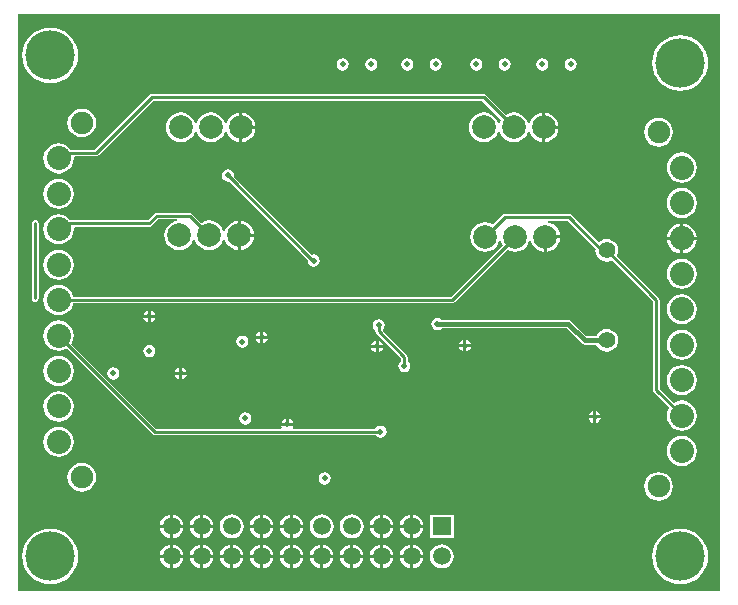
<source format=gbl>
G04*
G04 #@! TF.GenerationSoftware,Altium Limited,Altium Designer,19.1.5 (86)*
G04*
G04 Layer_Physical_Order=2*
G04 Layer_Color=16711680*
%FSLAX25Y25*%
%MOIN*%
G70*
G01*
G75*
%ADD13C,0.01000*%
%ADD39C,0.01500*%
%ADD40C,0.05512*%
%ADD41C,0.07874*%
%ADD42C,0.16500*%
%ADD43C,0.05906*%
%ADD44R,0.05906X0.05906*%
%ADD45C,0.07500*%
%ADD46C,0.08000*%
%ADD47C,0.02000*%
G36*
X235379Y1122D02*
X1122D01*
Y193378D01*
X235379D01*
Y1122D01*
D02*
G37*
%LPC*%
G36*
X185500Y178539D02*
X184720Y178384D01*
X184058Y177942D01*
X183616Y177280D01*
X183461Y176500D01*
X183616Y175720D01*
X184058Y175058D01*
X184720Y174616D01*
X185500Y174461D01*
X186280Y174616D01*
X186942Y175058D01*
X187384Y175720D01*
X187539Y176500D01*
X187384Y177280D01*
X186942Y177942D01*
X186280Y178384D01*
X185500Y178539D01*
D02*
G37*
G36*
X176000D02*
X175220Y178384D01*
X174558Y177942D01*
X174116Y177280D01*
X173961Y176500D01*
X174116Y175720D01*
X174558Y175058D01*
X175220Y174616D01*
X176000Y174461D01*
X176780Y174616D01*
X177442Y175058D01*
X177884Y175720D01*
X178039Y176500D01*
X177884Y177280D01*
X177442Y177942D01*
X176780Y178384D01*
X176000Y178539D01*
D02*
G37*
G36*
X163500D02*
X162720Y178384D01*
X162058Y177942D01*
X161616Y177280D01*
X161461Y176500D01*
X161616Y175720D01*
X162058Y175058D01*
X162720Y174616D01*
X163500Y174461D01*
X164280Y174616D01*
X164942Y175058D01*
X165384Y175720D01*
X165539Y176500D01*
X165384Y177280D01*
X164942Y177942D01*
X164280Y178384D01*
X163500Y178539D01*
D02*
G37*
G36*
X154000D02*
X153220Y178384D01*
X152558Y177942D01*
X152116Y177280D01*
X151961Y176500D01*
X152116Y175720D01*
X152558Y175058D01*
X153220Y174616D01*
X154000Y174461D01*
X154780Y174616D01*
X155442Y175058D01*
X155884Y175720D01*
X156039Y176500D01*
X155884Y177280D01*
X155442Y177942D01*
X154780Y178384D01*
X154000Y178539D01*
D02*
G37*
G36*
X140500D02*
X139720Y178384D01*
X139058Y177942D01*
X138616Y177280D01*
X138461Y176500D01*
X138616Y175720D01*
X139058Y175058D01*
X139720Y174616D01*
X140500Y174461D01*
X141280Y174616D01*
X141942Y175058D01*
X142384Y175720D01*
X142539Y176500D01*
X142384Y177280D01*
X141942Y177942D01*
X141280Y178384D01*
X140500Y178539D01*
D02*
G37*
G36*
X131000D02*
X130220Y178384D01*
X129558Y177942D01*
X129116Y177280D01*
X128961Y176500D01*
X129116Y175720D01*
X129558Y175058D01*
X130220Y174616D01*
X131000Y174461D01*
X131780Y174616D01*
X132442Y175058D01*
X132884Y175720D01*
X133039Y176500D01*
X132884Y177280D01*
X132442Y177942D01*
X131780Y178384D01*
X131000Y178539D01*
D02*
G37*
G36*
X119000D02*
X118220Y178384D01*
X117558Y177942D01*
X117116Y177280D01*
X116961Y176500D01*
X117116Y175720D01*
X117558Y175058D01*
X118220Y174616D01*
X119000Y174461D01*
X119780Y174616D01*
X120442Y175058D01*
X120884Y175720D01*
X121039Y176500D01*
X120884Y177280D01*
X120442Y177942D01*
X119780Y178384D01*
X119000Y178539D01*
D02*
G37*
G36*
X109500D02*
X108720Y178384D01*
X108058Y177942D01*
X107616Y177280D01*
X107461Y176500D01*
X107616Y175720D01*
X108058Y175058D01*
X108720Y174616D01*
X109500Y174461D01*
X110280Y174616D01*
X110942Y175058D01*
X111384Y175720D01*
X111539Y176500D01*
X111384Y177280D01*
X110942Y177942D01*
X110280Y178384D01*
X109500Y178539D01*
D02*
G37*
G36*
X12000Y188795D02*
X10187Y188616D01*
X8443Y188087D01*
X6836Y187228D01*
X5428Y186072D01*
X4272Y184664D01*
X3413Y183057D01*
X2884Y181313D01*
X2705Y179500D01*
X2884Y177687D01*
X3413Y175943D01*
X4272Y174336D01*
X5428Y172928D01*
X6836Y171772D01*
X8443Y170913D01*
X10187Y170384D01*
X12000Y170205D01*
X13813Y170384D01*
X15557Y170913D01*
X17164Y171772D01*
X18572Y172928D01*
X19728Y174336D01*
X20587Y175943D01*
X21116Y177687D01*
X21295Y179500D01*
X21116Y181313D01*
X20587Y183057D01*
X19728Y184664D01*
X18572Y186072D01*
X17164Y187228D01*
X15557Y188087D01*
X13813Y188616D01*
X12000Y188795D01*
D02*
G37*
G36*
X222000Y186295D02*
X220187Y186116D01*
X218443Y185587D01*
X216836Y184728D01*
X215428Y183572D01*
X214272Y182164D01*
X213413Y180557D01*
X212884Y178813D01*
X212705Y177000D01*
X212884Y175187D01*
X213413Y173443D01*
X214272Y171836D01*
X215428Y170428D01*
X216836Y169272D01*
X218443Y168413D01*
X220187Y167884D01*
X222000Y167705D01*
X223813Y167884D01*
X225557Y168413D01*
X227164Y169272D01*
X228572Y170428D01*
X229728Y171836D01*
X230587Y173443D01*
X231116Y175187D01*
X231295Y177000D01*
X231116Y178813D01*
X230587Y180557D01*
X229728Y182164D01*
X228572Y183572D01*
X227164Y184728D01*
X225557Y185587D01*
X223813Y186116D01*
X222000Y186295D01*
D02*
G37*
G36*
X156500Y166622D02*
X156500Y166622D01*
X45804D01*
X45804Y166622D01*
X45375Y166536D01*
X45011Y166293D01*
X45011Y166293D01*
X26840Y148122D01*
X18835D01*
X18349Y148755D01*
X17305Y149556D01*
X16089Y150060D01*
X14783Y150232D01*
X13478Y150060D01*
X12262Y149556D01*
X11217Y148755D01*
X10416Y147710D01*
X9912Y146494D01*
X9740Y145189D01*
X9912Y143884D01*
X10416Y142667D01*
X11217Y141623D01*
X12262Y140821D01*
X13478Y140317D01*
X14783Y140146D01*
X16089Y140317D01*
X17305Y140821D01*
X18349Y141623D01*
X19151Y142667D01*
X19655Y143884D01*
X19827Y145189D01*
X19785Y145502D01*
X20115Y145878D01*
X27304D01*
X27304Y145878D01*
X27733Y145964D01*
X28097Y146207D01*
X46269Y164378D01*
X156035D01*
X162290Y158124D01*
X162188Y157990D01*
X161771Y156983D01*
X161229D01*
X160812Y157990D01*
X160021Y159021D01*
X158990Y159812D01*
X157789Y160310D01*
X156500Y160480D01*
X155211Y160310D01*
X154010Y159812D01*
X152979Y159021D01*
X152188Y157990D01*
X151690Y156789D01*
X151520Y155500D01*
X151690Y154211D01*
X152188Y153010D01*
X152979Y151979D01*
X154010Y151188D01*
X155211Y150690D01*
X156500Y150520D01*
X157789Y150690D01*
X158990Y151188D01*
X160021Y151979D01*
X160812Y153010D01*
X161229Y154017D01*
X161771D01*
X162188Y153010D01*
X162979Y151979D01*
X164010Y151188D01*
X165211Y150690D01*
X166500Y150520D01*
X167789Y150690D01*
X168990Y151188D01*
X170021Y151979D01*
X170812Y153010D01*
X171229Y154017D01*
X171771D01*
X172187Y153010D01*
X172979Y151979D01*
X174010Y151188D01*
X175211Y150690D01*
X176000Y150586D01*
Y155500D01*
Y160414D01*
X175211Y160310D01*
X174010Y159812D01*
X172979Y159021D01*
X172187Y157990D01*
X171771Y156983D01*
X171229D01*
X170812Y157990D01*
X170021Y159021D01*
X168990Y159812D01*
X167789Y160310D01*
X166500Y160480D01*
X165211Y160310D01*
X164010Y159812D01*
X163876Y159710D01*
X157293Y166293D01*
X156929Y166536D01*
X156500Y166622D01*
D02*
G37*
G36*
X65500Y160480D02*
X64211Y160310D01*
X63010Y159812D01*
X61979Y159021D01*
X61187Y157990D01*
X60771Y156983D01*
X60229D01*
X59812Y157990D01*
X59021Y159021D01*
X57990Y159812D01*
X56789Y160310D01*
X55500Y160480D01*
X54211Y160310D01*
X53010Y159812D01*
X51979Y159021D01*
X51187Y157990D01*
X50690Y156789D01*
X50520Y155500D01*
X50690Y154211D01*
X51187Y153010D01*
X51979Y151979D01*
X53010Y151188D01*
X54211Y150690D01*
X55500Y150520D01*
X56789Y150690D01*
X57990Y151188D01*
X59021Y151979D01*
X59812Y153010D01*
X60229Y154017D01*
X60771D01*
X61187Y153010D01*
X61979Y151979D01*
X63010Y151188D01*
X64211Y150690D01*
X65500Y150520D01*
X66789Y150690D01*
X67990Y151188D01*
X69021Y151979D01*
X69813Y153010D01*
X70229Y154017D01*
X70771D01*
X71188Y153010D01*
X71979Y151979D01*
X73010Y151188D01*
X74211Y150690D01*
X75000Y150586D01*
Y155500D01*
Y160414D01*
X74211Y160310D01*
X73010Y159812D01*
X71979Y159021D01*
X71188Y157990D01*
X70771Y156983D01*
X70229D01*
X69813Y157990D01*
X69021Y159021D01*
X67990Y159812D01*
X66789Y160310D01*
X65500Y160480D01*
D02*
G37*
G36*
X177000Y160414D02*
Y156000D01*
X181414D01*
X181310Y156789D01*
X180813Y157990D01*
X180021Y159021D01*
X178990Y159812D01*
X177789Y160310D01*
X177000Y160414D01*
D02*
G37*
G36*
X76000D02*
Y156000D01*
X80414D01*
X80310Y156789D01*
X79813Y157990D01*
X79021Y159021D01*
X77990Y159812D01*
X76789Y160310D01*
X76000Y160414D01*
D02*
G37*
G36*
X22500Y161791D02*
X21260Y161628D01*
X20105Y161149D01*
X19112Y160388D01*
X18351Y159396D01*
X17872Y158240D01*
X17709Y157000D01*
X17872Y155760D01*
X18351Y154604D01*
X19112Y153612D01*
X20105Y152851D01*
X21260Y152372D01*
X22500Y152209D01*
X23740Y152372D01*
X24895Y152851D01*
X25888Y153612D01*
X26649Y154604D01*
X27128Y155760D01*
X27291Y157000D01*
X27128Y158240D01*
X26649Y159396D01*
X25888Y160388D01*
X24895Y161149D01*
X23740Y161628D01*
X22500Y161791D01*
D02*
G37*
G36*
X181414Y155000D02*
X177000D01*
Y150586D01*
X177789Y150690D01*
X178990Y151188D01*
X180021Y151979D01*
X180813Y153010D01*
X181310Y154211D01*
X181414Y155000D01*
D02*
G37*
G36*
X80414D02*
X76000D01*
Y150586D01*
X76789Y150690D01*
X77990Y151188D01*
X79021Y151979D01*
X79813Y153010D01*
X80310Y154211D01*
X80414Y155000D01*
D02*
G37*
G36*
X214783Y158724D02*
X213543Y158561D01*
X212388Y158082D01*
X211396Y157321D01*
X210634Y156328D01*
X210156Y155173D01*
X209992Y153933D01*
X210156Y152693D01*
X210634Y151538D01*
X211396Y150545D01*
X212388Y149784D01*
X213543Y149305D01*
X214783Y149142D01*
X216023Y149305D01*
X217179Y149784D01*
X218171Y150545D01*
X218933Y151538D01*
X219411Y152693D01*
X219574Y153933D01*
X219411Y155173D01*
X218933Y156328D01*
X218171Y157321D01*
X217179Y158082D01*
X216023Y158561D01*
X214783Y158724D01*
D02*
G37*
G36*
X222500Y147165D02*
X221195Y146993D01*
X219978Y146490D01*
X218934Y145688D01*
X218132Y144644D01*
X217629Y143427D01*
X217457Y142122D01*
X217629Y140817D01*
X218132Y139600D01*
X218934Y138556D01*
X219978Y137754D01*
X221195Y137251D01*
X222500Y137079D01*
X223805Y137251D01*
X225022Y137754D01*
X226066Y138556D01*
X226868Y139600D01*
X227371Y140817D01*
X227543Y142122D01*
X227371Y143427D01*
X226868Y144644D01*
X226066Y145688D01*
X225022Y146490D01*
X223805Y146993D01*
X222500Y147165D01*
D02*
G37*
G36*
X14783Y138421D02*
X13478Y138249D01*
X12262Y137745D01*
X11217Y136944D01*
X10416Y135899D01*
X9912Y134683D01*
X9740Y133378D01*
X9912Y132072D01*
X10416Y130856D01*
X11217Y129812D01*
X12262Y129010D01*
X13478Y128507D01*
X14783Y128335D01*
X16089Y128507D01*
X17305Y129010D01*
X18349Y129812D01*
X19151Y130856D01*
X19655Y132072D01*
X19827Y133378D01*
X19655Y134683D01*
X19151Y135899D01*
X18349Y136944D01*
X17305Y137745D01*
X16089Y138249D01*
X14783Y138421D01*
D02*
G37*
G36*
X185000Y126622D02*
X185000Y126622D01*
X163500D01*
X163500Y126622D01*
X163071Y126536D01*
X162707Y126293D01*
X162707Y126293D01*
X159624Y123210D01*
X159490Y123312D01*
X158289Y123810D01*
X157000Y123980D01*
X155711Y123810D01*
X154510Y123312D01*
X153479Y122521D01*
X152688Y121490D01*
X152190Y120289D01*
X152020Y119000D01*
X152190Y117711D01*
X152688Y116510D01*
X153479Y115479D01*
X154510Y114688D01*
X155711Y114190D01*
X157000Y114020D01*
X158289Y114190D01*
X159490Y114688D01*
X160521Y115479D01*
X161312Y116510D01*
X161729Y117517D01*
X162271D01*
X162688Y116510D01*
X162790Y116376D01*
X145535Y99122D01*
X19672D01*
X19655Y99250D01*
X19151Y100466D01*
X18349Y101511D01*
X17305Y102312D01*
X16089Y102816D01*
X14783Y102988D01*
X13478Y102816D01*
X12262Y102312D01*
X11217Y101511D01*
X10416Y100466D01*
X9912Y99250D01*
X9740Y97945D01*
X9912Y96640D01*
X10416Y95423D01*
X11217Y94379D01*
X12262Y93577D01*
X13478Y93073D01*
X14783Y92902D01*
X16089Y93073D01*
X17305Y93577D01*
X18349Y94379D01*
X19151Y95423D01*
X19655Y96640D01*
X19686Y96878D01*
X146000D01*
X146000Y96878D01*
X146429Y96964D01*
X146793Y97207D01*
X164376Y114790D01*
X164510Y114688D01*
X165711Y114190D01*
X167000Y114020D01*
X168289Y114190D01*
X169490Y114688D01*
X170521Y115479D01*
X171312Y116510D01*
X171729Y117517D01*
X172271D01*
X172687Y116510D01*
X173479Y115479D01*
X174510Y114688D01*
X175711Y114190D01*
X176500Y114086D01*
Y119000D01*
X177000D01*
Y119500D01*
X181914D01*
X181810Y120289D01*
X181313Y121490D01*
X180521Y122521D01*
X179490Y123312D01*
X178289Y123810D01*
X177768Y123878D01*
X177801Y124378D01*
X184535D01*
X193793Y115120D01*
X193712Y114500D01*
X193841Y113520D01*
X194219Y112606D01*
X194821Y111821D01*
X195606Y111219D01*
X196519Y110841D01*
X197500Y110712D01*
X198480Y110841D01*
X199253Y111161D01*
X212878Y97535D01*
Y68000D01*
X212878Y68000D01*
X212964Y67571D01*
X213207Y67207D01*
X218269Y62145D01*
X218132Y61966D01*
X217629Y60750D01*
X217457Y59445D01*
X217629Y58139D01*
X218132Y56923D01*
X218934Y55879D01*
X219978Y55077D01*
X221195Y54574D01*
X222500Y54402D01*
X223805Y54574D01*
X225022Y55077D01*
X226066Y55879D01*
X226868Y56923D01*
X227371Y58139D01*
X227543Y59445D01*
X227371Y60750D01*
X226868Y61966D01*
X226066Y63011D01*
X225022Y63812D01*
X223805Y64316D01*
X222500Y64488D01*
X221195Y64316D01*
X219978Y63812D01*
X219863Y63723D01*
X215122Y68465D01*
Y98000D01*
X215036Y98429D01*
X214793Y98793D01*
X214793Y98793D01*
X200839Y112747D01*
X201159Y113520D01*
X201288Y114500D01*
X201159Y115480D01*
X200781Y116394D01*
X200179Y117179D01*
X199394Y117781D01*
X198480Y118159D01*
X197500Y118288D01*
X196519Y118159D01*
X195606Y117781D01*
X194870Y117216D01*
X185793Y126293D01*
X185429Y126536D01*
X185000Y126622D01*
D02*
G37*
G36*
X222500Y135354D02*
X221195Y135182D01*
X219978Y134678D01*
X218934Y133877D01*
X218132Y132833D01*
X217629Y131616D01*
X217457Y130311D01*
X217629Y129006D01*
X218132Y127789D01*
X218934Y126745D01*
X219978Y125944D01*
X221195Y125440D01*
X222500Y125268D01*
X223805Y125440D01*
X225022Y125944D01*
X226066Y126745D01*
X226868Y127789D01*
X227371Y129006D01*
X227543Y130311D01*
X227371Y131616D01*
X226868Y132833D01*
X226066Y133877D01*
X225022Y134678D01*
X223805Y135182D01*
X222500Y135354D01*
D02*
G37*
G36*
X58500Y127122D02*
X58500Y127122D01*
X47500D01*
X47071Y127036D01*
X46707Y126793D01*
X46707Y126793D01*
X44535Y124622D01*
X18742D01*
X18349Y125133D01*
X17305Y125934D01*
X16089Y126438D01*
X14783Y126610D01*
X13478Y126438D01*
X12262Y125934D01*
X11217Y125133D01*
X10416Y124088D01*
X9912Y122872D01*
X9740Y121567D01*
X9912Y120262D01*
X10416Y119045D01*
X11217Y118001D01*
X12262Y117199D01*
X13478Y116695D01*
X14783Y116524D01*
X16089Y116695D01*
X17305Y117199D01*
X18349Y118001D01*
X19151Y119045D01*
X19655Y120262D01*
X19827Y121567D01*
X19769Y122002D01*
X20099Y122378D01*
X45000D01*
X45000Y122378D01*
X45429Y122464D01*
X45793Y122707D01*
X47965Y124878D01*
X54199D01*
X54232Y124378D01*
X53711Y124310D01*
X52510Y123812D01*
X51479Y123021D01*
X50687Y121990D01*
X50190Y120789D01*
X50020Y119500D01*
X50190Y118211D01*
X50687Y117010D01*
X51479Y115979D01*
X52510Y115188D01*
X53711Y114690D01*
X55000Y114520D01*
X56289Y114690D01*
X57490Y115188D01*
X58521Y115979D01*
X59312Y117010D01*
X59729Y118017D01*
X60271D01*
X60688Y117010D01*
X61479Y115979D01*
X62510Y115188D01*
X63711Y114690D01*
X65000Y114520D01*
X66289Y114690D01*
X67490Y115188D01*
X68521Y115979D01*
X69313Y117010D01*
X69729Y118017D01*
X70271D01*
X70688Y117010D01*
X71479Y115979D01*
X72510Y115188D01*
X73711Y114690D01*
X74500Y114586D01*
Y119500D01*
Y124414D01*
X73711Y124310D01*
X72510Y123812D01*
X71479Y123021D01*
X70688Y121990D01*
X70271Y120983D01*
X69729D01*
X69313Y121990D01*
X68521Y123021D01*
X67490Y123812D01*
X66289Y124310D01*
X65000Y124480D01*
X63711Y124310D01*
X62510Y123812D01*
X62376Y123710D01*
X59293Y126793D01*
X58929Y127036D01*
X58500Y127122D01*
D02*
G37*
G36*
X75500Y124414D02*
Y120000D01*
X79914D01*
X79810Y120789D01*
X79312Y121990D01*
X78521Y123021D01*
X77490Y123812D01*
X76289Y124310D01*
X75500Y124414D01*
D02*
G37*
G36*
X223000Y123477D02*
Y119000D01*
X227477D01*
X227371Y119805D01*
X226868Y121022D01*
X226066Y122066D01*
X225022Y122868D01*
X223805Y123371D01*
X223000Y123477D01*
D02*
G37*
G36*
X222000D02*
X221195Y123371D01*
X219978Y122868D01*
X218934Y122066D01*
X218132Y121022D01*
X217629Y119805D01*
X217523Y119000D01*
X222000D01*
Y123477D01*
D02*
G37*
G36*
X79914Y119000D02*
X75500D01*
Y114586D01*
X76289Y114690D01*
X77490Y115188D01*
X78521Y115979D01*
X79312Y117010D01*
X79810Y118211D01*
X79914Y119000D01*
D02*
G37*
G36*
X181914Y118500D02*
X177500D01*
Y114086D01*
X178289Y114190D01*
X179490Y114688D01*
X180521Y115479D01*
X181313Y116510D01*
X181810Y117711D01*
X181914Y118500D01*
D02*
G37*
G36*
X227477Y118000D02*
X223000D01*
Y113523D01*
X223805Y113629D01*
X225022Y114132D01*
X226066Y114934D01*
X226868Y115978D01*
X227371Y117195D01*
X227477Y118000D01*
D02*
G37*
G36*
X222000D02*
X217523D01*
X217629Y117195D01*
X218132Y115978D01*
X218934Y114934D01*
X219978Y114132D01*
X221195Y113629D01*
X222000Y113523D01*
Y118000D01*
D02*
G37*
G36*
X71250Y141539D02*
X70470Y141384D01*
X69808Y140942D01*
X69366Y140280D01*
X69211Y139500D01*
X69366Y138720D01*
X69808Y138058D01*
X70470Y137616D01*
X71250Y137461D01*
X71628Y137536D01*
X97853Y111311D01*
X97819Y111142D01*
X97974Y110361D01*
X98416Y109700D01*
X99078Y109258D01*
X99858Y109103D01*
X100639Y109258D01*
X101300Y109700D01*
X101742Y110361D01*
X101897Y111142D01*
X101742Y111922D01*
X101300Y112584D01*
X100639Y113026D01*
X99858Y113181D01*
X99272Y113064D01*
X73214Y139122D01*
X73289Y139500D01*
X73134Y140280D01*
X72692Y140942D01*
X72030Y141384D01*
X71250Y141539D01*
D02*
G37*
G36*
X14783Y114799D02*
X13478Y114627D01*
X12262Y114123D01*
X11217Y113322D01*
X10416Y112277D01*
X9912Y111061D01*
X9740Y109756D01*
X9912Y108450D01*
X10416Y107234D01*
X11217Y106190D01*
X12262Y105388D01*
X13478Y104885D01*
X14783Y104713D01*
X16089Y104885D01*
X17305Y105388D01*
X18349Y106190D01*
X19151Y107234D01*
X19655Y108450D01*
X19827Y109756D01*
X19655Y111061D01*
X19151Y112277D01*
X18349Y113322D01*
X17305Y114123D01*
X16089Y114627D01*
X14783Y114799D01*
D02*
G37*
G36*
X222500Y111732D02*
X221195Y111560D01*
X219978Y111056D01*
X218934Y110255D01*
X218132Y109211D01*
X217629Y107994D01*
X217457Y106689D01*
X217629Y105384D01*
X218132Y104167D01*
X218934Y103123D01*
X219978Y102322D01*
X221195Y101818D01*
X222500Y101646D01*
X223805Y101818D01*
X225022Y102322D01*
X226066Y103123D01*
X226868Y104167D01*
X227371Y105384D01*
X227543Y106689D01*
X227371Y107994D01*
X226868Y109211D01*
X226066Y110255D01*
X225022Y111056D01*
X223805Y111560D01*
X222500Y111732D01*
D02*
G37*
G36*
X7000Y124622D02*
X6571Y124536D01*
X6207Y124293D01*
X5964Y123929D01*
X5878Y123500D01*
Y98516D01*
X5964Y98087D01*
X6207Y97723D01*
X6571Y97479D01*
X7000Y97394D01*
X7429Y97479D01*
X7793Y97723D01*
X8036Y98087D01*
X8122Y98516D01*
Y123500D01*
X8036Y123929D01*
X7793Y124293D01*
X7429Y124536D01*
X7000Y124622D01*
D02*
G37*
G36*
X45500Y94440D02*
Y93000D01*
X46940D01*
X46884Y93280D01*
X46442Y93942D01*
X45780Y94384D01*
X45500Y94440D01*
D02*
G37*
G36*
X44500D02*
X44220Y94384D01*
X43558Y93942D01*
X43116Y93280D01*
X43060Y93000D01*
X44500D01*
Y94440D01*
D02*
G37*
G36*
X46940Y92000D02*
X45500D01*
Y90560D01*
X45780Y90616D01*
X46442Y91058D01*
X46884Y91720D01*
X46940Y92000D01*
D02*
G37*
G36*
X44500D02*
X43060D01*
X43116Y91720D01*
X43558Y91058D01*
X44220Y90616D01*
X44500Y90560D01*
Y92000D01*
D02*
G37*
G36*
X222500Y99921D02*
X221195Y99749D01*
X219978Y99246D01*
X218934Y98444D01*
X218132Y97400D01*
X217629Y96183D01*
X217457Y94878D01*
X217629Y93573D01*
X218132Y92356D01*
X218934Y91312D01*
X219978Y90510D01*
X221195Y90007D01*
X222500Y89835D01*
X223805Y90007D01*
X225022Y90510D01*
X226066Y91312D01*
X226868Y92356D01*
X227371Y93573D01*
X227543Y94878D01*
X227371Y96183D01*
X226868Y97400D01*
X226066Y98444D01*
X225022Y99246D01*
X223805Y99749D01*
X222500Y99921D01*
D02*
G37*
G36*
X83000Y87440D02*
Y86000D01*
X84440D01*
X84384Y86280D01*
X83942Y86942D01*
X83280Y87384D01*
X83000Y87440D01*
D02*
G37*
G36*
X82000D02*
X81720Y87384D01*
X81058Y86942D01*
X80616Y86280D01*
X80560Y86000D01*
X82000D01*
Y87440D01*
D02*
G37*
G36*
X84440Y85000D02*
X83000D01*
Y83560D01*
X83280Y83616D01*
X83942Y84058D01*
X84384Y84720D01*
X84440Y85000D01*
D02*
G37*
G36*
X82000D02*
X80560D01*
X80616Y84720D01*
X81058Y84058D01*
X81720Y83616D01*
X82000Y83560D01*
Y85000D01*
D02*
G37*
G36*
X150734Y84748D02*
Y83309D01*
X152174D01*
X152118Y83589D01*
X151676Y84251D01*
X151015Y84693D01*
X150734Y84748D01*
D02*
G37*
G36*
X149734D02*
X149454Y84693D01*
X148792Y84251D01*
X148350Y83589D01*
X148294Y83309D01*
X149734D01*
Y84748D01*
D02*
G37*
G36*
X121437Y84467D02*
Y83027D01*
X122877D01*
X122821Y83308D01*
X122379Y83969D01*
X121717Y84411D01*
X121437Y84467D01*
D02*
G37*
G36*
X120437D02*
X120157Y84411D01*
X119495Y83969D01*
X119053Y83308D01*
X118997Y83027D01*
X120437D01*
Y84467D01*
D02*
G37*
G36*
X76052Y86091D02*
X75272Y85936D01*
X74610Y85494D01*
X74168Y84833D01*
X74013Y84052D01*
X74168Y83272D01*
X74610Y82610D01*
X75272Y82168D01*
X76052Y82013D01*
X76832Y82168D01*
X77494Y82610D01*
X77936Y83272D01*
X78091Y84052D01*
X77936Y84833D01*
X77494Y85494D01*
X76832Y85936D01*
X76052Y86091D01*
D02*
G37*
G36*
X152174Y82309D02*
X150734D01*
Y80869D01*
X151015Y80925D01*
X151676Y81367D01*
X152118Y82028D01*
X152174Y82309D01*
D02*
G37*
G36*
X149734D02*
X148294D01*
X148350Y82028D01*
X148792Y81367D01*
X149454Y80925D01*
X149734Y80869D01*
Y82309D01*
D02*
G37*
G36*
X141000Y92039D02*
X140220Y91884D01*
X139558Y91442D01*
X139116Y90780D01*
X138961Y90000D01*
X139116Y89220D01*
X139558Y88558D01*
X140220Y88116D01*
X141000Y87961D01*
X141780Y88116D01*
X142442Y88558D01*
X142486Y88624D01*
X184097D01*
X189193Y83527D01*
X189193Y83527D01*
X189640Y83228D01*
X190167Y83124D01*
X194005D01*
X194219Y82606D01*
X194821Y81821D01*
X195606Y81219D01*
X196519Y80841D01*
X197500Y80712D01*
X198480Y80841D01*
X199394Y81219D01*
X200179Y81821D01*
X200781Y82606D01*
X201159Y83520D01*
X201288Y84500D01*
X201159Y85480D01*
X200781Y86394D01*
X200179Y87179D01*
X199394Y87781D01*
X198480Y88159D01*
X197500Y88288D01*
X196519Y88159D01*
X195606Y87781D01*
X194821Y87179D01*
X194219Y86394D01*
X194005Y85876D01*
X190737D01*
X185640Y90973D01*
X185193Y91272D01*
X184667Y91376D01*
X142486D01*
X142442Y91442D01*
X141780Y91884D01*
X141000Y92039D01*
D02*
G37*
G36*
X122877Y82027D02*
X121437D01*
Y80588D01*
X121717Y80643D01*
X122379Y81085D01*
X122821Y81747D01*
X122877Y82027D01*
D02*
G37*
G36*
X120437D02*
X118997D01*
X119053Y81747D01*
X119495Y81085D01*
X120157Y80643D01*
X120437Y80588D01*
Y82027D01*
D02*
G37*
G36*
X45000Y83039D02*
X44220Y82884D01*
X43558Y82442D01*
X43116Y81780D01*
X42961Y81000D01*
X43116Y80220D01*
X43558Y79558D01*
X44220Y79116D01*
X45000Y78961D01*
X45780Y79116D01*
X46442Y79558D01*
X46884Y80220D01*
X47039Y81000D01*
X46884Y81780D01*
X46442Y82442D01*
X45780Y82884D01*
X45000Y83039D01*
D02*
G37*
G36*
X222500Y88110D02*
X221195Y87938D01*
X219978Y87435D01*
X218934Y86633D01*
X218132Y85589D01*
X217629Y84372D01*
X217457Y83067D01*
X217629Y81762D01*
X218132Y80545D01*
X218934Y79501D01*
X219978Y78699D01*
X221195Y78196D01*
X222500Y78024D01*
X223805Y78196D01*
X225022Y78699D01*
X226066Y79501D01*
X226868Y80545D01*
X227371Y81762D01*
X227543Y83067D01*
X227371Y84372D01*
X226868Y85589D01*
X226066Y86633D01*
X225022Y87435D01*
X223805Y87938D01*
X222500Y88110D01*
D02*
G37*
G36*
X56000Y75440D02*
Y74000D01*
X57440D01*
X57384Y74280D01*
X56942Y74942D01*
X56280Y75384D01*
X56000Y75440D01*
D02*
G37*
G36*
X55000D02*
X54720Y75384D01*
X54058Y74942D01*
X53616Y74280D01*
X53560Y74000D01*
X55000D01*
Y75440D01*
D02*
G37*
G36*
X121500Y91539D02*
X120720Y91384D01*
X120058Y90942D01*
X119616Y90280D01*
X119461Y89500D01*
X119616Y88720D01*
X120058Y88058D01*
X120378Y87844D01*
Y87500D01*
X120378Y87500D01*
X120464Y87071D01*
X120707Y86707D01*
X128878Y78535D01*
Y77656D01*
X128558Y77442D01*
X128116Y76780D01*
X127961Y76000D01*
X128116Y75220D01*
X128558Y74558D01*
X129220Y74116D01*
X130000Y73961D01*
X130780Y74116D01*
X131442Y74558D01*
X131884Y75220D01*
X132039Y76000D01*
X131884Y76780D01*
X131442Y77442D01*
X131122Y77656D01*
Y79000D01*
X131122Y79000D01*
X131036Y79429D01*
X130793Y79793D01*
X130793Y79793D01*
X122905Y87681D01*
X122942Y88058D01*
X123384Y88720D01*
X123539Y89500D01*
X123384Y90280D01*
X122942Y90942D01*
X122280Y91384D01*
X121500Y91539D01*
D02*
G37*
G36*
X57440Y73000D02*
X56000D01*
Y71560D01*
X56280Y71616D01*
X56942Y72058D01*
X57384Y72720D01*
X57440Y73000D01*
D02*
G37*
G36*
X55000D02*
X53560D01*
X53616Y72720D01*
X54058Y72058D01*
X54720Y71616D01*
X55000Y71560D01*
Y73000D01*
D02*
G37*
G36*
X33000Y75539D02*
X32220Y75384D01*
X31558Y74942D01*
X31116Y74280D01*
X30961Y73500D01*
X31116Y72720D01*
X31558Y72058D01*
X32220Y71616D01*
X33000Y71461D01*
X33780Y71616D01*
X34442Y72058D01*
X34884Y72720D01*
X35039Y73500D01*
X34884Y74280D01*
X34442Y74942D01*
X33780Y75384D01*
X33000Y75539D01*
D02*
G37*
G36*
X14783Y79366D02*
X13478Y79194D01*
X12262Y78690D01*
X11217Y77889D01*
X10416Y76844D01*
X9912Y75628D01*
X9740Y74323D01*
X9912Y73018D01*
X10416Y71801D01*
X11217Y70757D01*
X12262Y69955D01*
X13478Y69451D01*
X14783Y69280D01*
X16089Y69451D01*
X17305Y69955D01*
X18349Y70757D01*
X19151Y71801D01*
X19655Y73018D01*
X19827Y74323D01*
X19655Y75628D01*
X19151Y76844D01*
X18349Y77889D01*
X17305Y78690D01*
X16089Y79194D01*
X14783Y79366D01*
D02*
G37*
G36*
X222500Y76299D02*
X221195Y76127D01*
X219978Y75624D01*
X218934Y74822D01*
X218132Y73778D01*
X217629Y72561D01*
X217457Y71256D01*
X217629Y69951D01*
X218132Y68734D01*
X218934Y67690D01*
X219978Y66888D01*
X221195Y66385D01*
X222500Y66213D01*
X223805Y66385D01*
X225022Y66888D01*
X226066Y67690D01*
X226868Y68734D01*
X227371Y69951D01*
X227543Y71256D01*
X227371Y72561D01*
X226868Y73778D01*
X226066Y74822D01*
X225022Y75624D01*
X223805Y76127D01*
X222500Y76299D01*
D02*
G37*
G36*
X194000Y60940D02*
Y59500D01*
X195440D01*
X195384Y59780D01*
X194942Y60442D01*
X194280Y60884D01*
X194000Y60940D01*
D02*
G37*
G36*
X193000D02*
X192720Y60884D01*
X192058Y60442D01*
X191616Y59780D01*
X191560Y59500D01*
X193000D01*
Y60940D01*
D02*
G37*
G36*
X14783Y67555D02*
X13478Y67383D01*
X12262Y66879D01*
X11217Y66078D01*
X10416Y65033D01*
X9912Y63817D01*
X9740Y62512D01*
X9912Y61207D01*
X10416Y59990D01*
X11217Y58946D01*
X12262Y58144D01*
X13478Y57640D01*
X14783Y57469D01*
X16089Y57640D01*
X17305Y58144D01*
X18349Y58946D01*
X19151Y59990D01*
X19655Y61207D01*
X19827Y62512D01*
X19655Y63817D01*
X19151Y65033D01*
X18349Y66078D01*
X17305Y66879D01*
X16089Y67383D01*
X14783Y67555D01*
D02*
G37*
G36*
X195440Y58500D02*
X194000D01*
Y57060D01*
X194280Y57116D01*
X194942Y57558D01*
X195384Y58220D01*
X195440Y58500D01*
D02*
G37*
G36*
X193000D02*
X191560D01*
X191616Y58220D01*
X192058Y57558D01*
X192720Y57116D01*
X193000Y57060D01*
Y58500D01*
D02*
G37*
G36*
X91500Y58440D02*
Y57000D01*
X92940D01*
X92884Y57280D01*
X92442Y57942D01*
X91780Y58384D01*
X91500Y58440D01*
D02*
G37*
G36*
X90500D02*
X90220Y58384D01*
X89558Y57942D01*
X89116Y57280D01*
X89060Y57000D01*
X90500D01*
Y58440D01*
D02*
G37*
G36*
X77000Y60539D02*
X76220Y60384D01*
X75558Y59942D01*
X75116Y59280D01*
X74961Y58500D01*
X75116Y57720D01*
X75558Y57058D01*
X76220Y56616D01*
X77000Y56461D01*
X77780Y56616D01*
X78442Y57058D01*
X78884Y57720D01*
X79039Y58500D01*
X78884Y59280D01*
X78442Y59942D01*
X77780Y60384D01*
X77000Y60539D01*
D02*
G37*
G36*
X14783Y91177D02*
X13478Y91005D01*
X12262Y90501D01*
X11217Y89700D01*
X10416Y88655D01*
X9912Y87439D01*
X9740Y86134D01*
X9912Y84829D01*
X10416Y83612D01*
X11217Y82568D01*
X12262Y81766D01*
X13478Y81262D01*
X14783Y81091D01*
X16089Y81262D01*
X17305Y81766D01*
X17452Y81879D01*
X46124Y53207D01*
X46124Y53207D01*
X46488Y52964D01*
X46917Y52878D01*
X46917Y52878D01*
X120475D01*
X120637Y52637D01*
X121298Y52195D01*
X122079Y52040D01*
X122859Y52195D01*
X123521Y52637D01*
X123963Y53298D01*
X124118Y54079D01*
X123963Y54859D01*
X123521Y55521D01*
X122859Y55963D01*
X122079Y56118D01*
X121298Y55963D01*
X120637Y55521D01*
X120370Y55122D01*
X93015D01*
X92779Y55563D01*
X92884Y55720D01*
X92940Y56000D01*
X89060D01*
X89116Y55720D01*
X89221Y55563D01*
X88985Y55122D01*
X47382D01*
X19038Y83465D01*
X19151Y83612D01*
X19655Y84829D01*
X19827Y86134D01*
X19655Y87439D01*
X19151Y88655D01*
X18349Y89700D01*
X17305Y90501D01*
X16089Y91005D01*
X14783Y91177D01*
D02*
G37*
G36*
Y55744D02*
X13478Y55572D01*
X12262Y55068D01*
X11217Y54267D01*
X10416Y53222D01*
X9912Y52006D01*
X9740Y50701D01*
X9912Y49395D01*
X10416Y48179D01*
X11217Y47135D01*
X12262Y46333D01*
X13478Y45829D01*
X14783Y45658D01*
X16089Y45829D01*
X17305Y46333D01*
X18349Y47135D01*
X19151Y48179D01*
X19655Y49395D01*
X19827Y50701D01*
X19655Y52006D01*
X19151Y53222D01*
X18349Y54267D01*
X17305Y55068D01*
X16089Y55572D01*
X14783Y55744D01*
D02*
G37*
G36*
X222500Y52677D02*
X221195Y52505D01*
X219978Y52001D01*
X218934Y51200D01*
X218132Y50155D01*
X217629Y48939D01*
X217457Y47634D01*
X217629Y46328D01*
X218132Y45112D01*
X218934Y44068D01*
X219978Y43266D01*
X221195Y42763D01*
X222500Y42591D01*
X223805Y42763D01*
X225022Y43266D01*
X226066Y44068D01*
X226868Y45112D01*
X227371Y46328D01*
X227543Y47634D01*
X227371Y48939D01*
X226868Y50155D01*
X226066Y51200D01*
X225022Y52001D01*
X223805Y52505D01*
X222500Y52677D01*
D02*
G37*
G36*
X103500Y40539D02*
X102720Y40384D01*
X102058Y39942D01*
X101616Y39280D01*
X101461Y38500D01*
X101616Y37720D01*
X102058Y37058D01*
X102720Y36616D01*
X103500Y36461D01*
X104280Y36616D01*
X104942Y37058D01*
X105384Y37720D01*
X105539Y38500D01*
X105384Y39280D01*
X104942Y39942D01*
X104280Y40384D01*
X103500Y40539D01*
D02*
G37*
G36*
X22500Y43681D02*
X21260Y43517D01*
X20105Y43039D01*
X19112Y42277D01*
X18351Y41285D01*
X17872Y40130D01*
X17709Y38890D01*
X17872Y37650D01*
X18351Y36494D01*
X19112Y35502D01*
X20105Y34740D01*
X21260Y34262D01*
X22500Y34099D01*
X23740Y34262D01*
X24895Y34740D01*
X25888Y35502D01*
X26649Y36494D01*
X27128Y37650D01*
X27291Y38890D01*
X27128Y40130D01*
X26649Y41285D01*
X25888Y42277D01*
X24895Y43039D01*
X23740Y43517D01*
X22500Y43681D01*
D02*
G37*
G36*
X214783Y40614D02*
X213543Y40451D01*
X212388Y39972D01*
X211396Y39211D01*
X210634Y38218D01*
X210156Y37063D01*
X209992Y35823D01*
X210156Y34583D01*
X210634Y33427D01*
X211396Y32435D01*
X212388Y31674D01*
X213543Y31195D01*
X214783Y31032D01*
X216023Y31195D01*
X217179Y31674D01*
X218171Y32435D01*
X218933Y33427D01*
X219411Y34583D01*
X219574Y35823D01*
X219411Y37063D01*
X218933Y38218D01*
X218171Y39211D01*
X217179Y39972D01*
X216023Y40451D01*
X214783Y40614D01*
D02*
G37*
G36*
X83000Y26421D02*
Y23000D01*
X86421D01*
X86351Y23532D01*
X85953Y24493D01*
X85319Y25319D01*
X84493Y25953D01*
X83532Y26351D01*
X83000Y26421D01*
D02*
G37*
G36*
X63000D02*
Y23000D01*
X66421D01*
X66351Y23532D01*
X65953Y24493D01*
X65319Y25319D01*
X64493Y25953D01*
X63532Y26351D01*
X63000Y26421D01*
D02*
G37*
G36*
X133000D02*
Y23000D01*
X136421D01*
X136351Y23532D01*
X135953Y24493D01*
X135319Y25319D01*
X134493Y25953D01*
X133532Y26351D01*
X133000Y26421D01*
D02*
G37*
G36*
X123000D02*
Y23000D01*
X126421D01*
X126351Y23532D01*
X125953Y24493D01*
X125319Y25319D01*
X124493Y25953D01*
X123532Y26351D01*
X123000Y26421D01*
D02*
G37*
G36*
X93000D02*
Y23000D01*
X96421D01*
X96351Y23532D01*
X95953Y24493D01*
X95319Y25319D01*
X94493Y25953D01*
X93532Y26351D01*
X93000Y26421D01*
D02*
G37*
G36*
X53000D02*
Y23000D01*
X56421D01*
X56351Y23532D01*
X55953Y24493D01*
X55319Y25319D01*
X54493Y25953D01*
X53532Y26351D01*
X53000Y26421D01*
D02*
G37*
G36*
X82000D02*
X81468Y26351D01*
X80507Y25953D01*
X79681Y25319D01*
X79047Y24493D01*
X78649Y23532D01*
X78579Y23000D01*
X82000D01*
Y26421D01*
D02*
G37*
G36*
X62000D02*
X61468Y26351D01*
X60507Y25953D01*
X59681Y25319D01*
X59047Y24493D01*
X58649Y23532D01*
X58579Y23000D01*
X62000D01*
Y26421D01*
D02*
G37*
G36*
X132000D02*
X131468Y26351D01*
X130507Y25953D01*
X129681Y25319D01*
X129047Y24493D01*
X128649Y23532D01*
X128579Y23000D01*
X132000D01*
Y26421D01*
D02*
G37*
G36*
X122000D02*
X121468Y26351D01*
X120507Y25953D01*
X119681Y25319D01*
X119047Y24493D01*
X118649Y23532D01*
X118579Y23000D01*
X122000D01*
Y26421D01*
D02*
G37*
G36*
X92000D02*
X91468Y26351D01*
X90507Y25953D01*
X89681Y25319D01*
X89047Y24493D01*
X88649Y23532D01*
X88579Y23000D01*
X92000D01*
Y26421D01*
D02*
G37*
G36*
X52000D02*
X51468Y26351D01*
X50507Y25953D01*
X49681Y25319D01*
X49047Y24493D01*
X48649Y23532D01*
X48579Y23000D01*
X52000D01*
Y26421D01*
D02*
G37*
G36*
X66421Y22000D02*
X63000D01*
Y18579D01*
X63532Y18649D01*
X64493Y19047D01*
X65319Y19681D01*
X65953Y20507D01*
X66351Y21468D01*
X66421Y22000D01*
D02*
G37*
G36*
X56421D02*
X53000D01*
Y18579D01*
X53532Y18649D01*
X54493Y19047D01*
X55319Y19681D01*
X55953Y20507D01*
X56351Y21468D01*
X56421Y22000D01*
D02*
G37*
G36*
X136421D02*
X133000D01*
Y18579D01*
X133532Y18649D01*
X134493Y19047D01*
X135319Y19681D01*
X135953Y20507D01*
X136351Y21468D01*
X136421Y22000D01*
D02*
G37*
G36*
X126421D02*
X123000D01*
Y18579D01*
X123532Y18649D01*
X124493Y19047D01*
X125319Y19681D01*
X125953Y20507D01*
X126351Y21468D01*
X126421Y22000D01*
D02*
G37*
G36*
X96421D02*
X93000D01*
Y18579D01*
X93532Y18649D01*
X94493Y19047D01*
X95319Y19681D01*
X95953Y20507D01*
X96351Y21468D01*
X96421Y22000D01*
D02*
G37*
G36*
X86421D02*
X83000D01*
Y18579D01*
X83532Y18649D01*
X84493Y19047D01*
X85319Y19681D01*
X85953Y20507D01*
X86351Y21468D01*
X86421Y22000D01*
D02*
G37*
G36*
X62000D02*
X58579D01*
X58649Y21468D01*
X59047Y20507D01*
X59681Y19681D01*
X60507Y19047D01*
X61468Y18649D01*
X62000Y18579D01*
Y22000D01*
D02*
G37*
G36*
X52000D02*
X48579D01*
X48649Y21468D01*
X49047Y20507D01*
X49681Y19681D01*
X50507Y19047D01*
X51468Y18649D01*
X52000Y18579D01*
Y22000D01*
D02*
G37*
G36*
X132000D02*
X128579D01*
X128649Y21468D01*
X129047Y20507D01*
X129681Y19681D01*
X130507Y19047D01*
X131468Y18649D01*
X132000Y18579D01*
Y22000D01*
D02*
G37*
G36*
X122000D02*
X118579D01*
X118649Y21468D01*
X119047Y20507D01*
X119681Y19681D01*
X120507Y19047D01*
X121468Y18649D01*
X122000Y18579D01*
Y22000D01*
D02*
G37*
G36*
X92000D02*
X88579D01*
X88649Y21468D01*
X89047Y20507D01*
X89681Y19681D01*
X90507Y19047D01*
X91468Y18649D01*
X92000Y18579D01*
Y22000D01*
D02*
G37*
G36*
X82000D02*
X78579D01*
X78649Y21468D01*
X79047Y20507D01*
X79681Y19681D01*
X80507Y19047D01*
X81468Y18649D01*
X82000Y18579D01*
Y22000D01*
D02*
G37*
G36*
X146453Y26453D02*
X138547D01*
Y18547D01*
X146453D01*
Y26453D01*
D02*
G37*
G36*
X112500Y26487D02*
X111468Y26351D01*
X110507Y25953D01*
X109681Y25319D01*
X109047Y24493D01*
X108649Y23532D01*
X108513Y22500D01*
X108649Y21468D01*
X109047Y20507D01*
X109681Y19681D01*
X110507Y19047D01*
X111468Y18649D01*
X112500Y18513D01*
X113532Y18649D01*
X114493Y19047D01*
X115319Y19681D01*
X115953Y20507D01*
X116351Y21468D01*
X116487Y22500D01*
X116351Y23532D01*
X115953Y24493D01*
X115319Y25319D01*
X114493Y25953D01*
X113532Y26351D01*
X112500Y26487D01*
D02*
G37*
G36*
X102500D02*
X101468Y26351D01*
X100507Y25953D01*
X99681Y25319D01*
X99047Y24493D01*
X98649Y23532D01*
X98513Y22500D01*
X98649Y21468D01*
X99047Y20507D01*
X99681Y19681D01*
X100507Y19047D01*
X101468Y18649D01*
X102500Y18513D01*
X103532Y18649D01*
X104493Y19047D01*
X105319Y19681D01*
X105953Y20507D01*
X106351Y21468D01*
X106487Y22500D01*
X106351Y23532D01*
X105953Y24493D01*
X105319Y25319D01*
X104493Y25953D01*
X103532Y26351D01*
X102500Y26487D01*
D02*
G37*
G36*
X72500D02*
X71468Y26351D01*
X70507Y25953D01*
X69681Y25319D01*
X69047Y24493D01*
X68649Y23532D01*
X68513Y22500D01*
X68649Y21468D01*
X69047Y20507D01*
X69681Y19681D01*
X70507Y19047D01*
X71468Y18649D01*
X72500Y18513D01*
X73532Y18649D01*
X74493Y19047D01*
X75319Y19681D01*
X75953Y20507D01*
X76351Y21468D01*
X76487Y22500D01*
X76351Y23532D01*
X75953Y24493D01*
X75319Y25319D01*
X74493Y25953D01*
X73532Y26351D01*
X72500Y26487D01*
D02*
G37*
G36*
X83000Y16421D02*
Y13000D01*
X86421D01*
X86351Y13532D01*
X85953Y14493D01*
X85319Y15319D01*
X84493Y15953D01*
X83532Y16351D01*
X83000Y16421D01*
D02*
G37*
G36*
X63000D02*
Y13000D01*
X66421D01*
X66351Y13532D01*
X65953Y14493D01*
X65319Y15319D01*
X64493Y15953D01*
X63532Y16351D01*
X63000Y16421D01*
D02*
G37*
G36*
X133000D02*
Y13000D01*
X136421D01*
X136351Y13532D01*
X135953Y14493D01*
X135319Y15319D01*
X134493Y15953D01*
X133532Y16351D01*
X133000Y16421D01*
D02*
G37*
G36*
X123000D02*
Y13000D01*
X126421D01*
X126351Y13532D01*
X125953Y14493D01*
X125319Y15319D01*
X124493Y15953D01*
X123532Y16351D01*
X123000Y16421D01*
D02*
G37*
G36*
X113000D02*
Y13000D01*
X116421D01*
X116351Y13532D01*
X115953Y14493D01*
X115319Y15319D01*
X114493Y15953D01*
X113532Y16351D01*
X113000Y16421D01*
D02*
G37*
G36*
X103000D02*
Y13000D01*
X106421D01*
X106351Y13532D01*
X105953Y14493D01*
X105319Y15319D01*
X104493Y15953D01*
X103532Y16351D01*
X103000Y16421D01*
D02*
G37*
G36*
X93000D02*
Y13000D01*
X96421D01*
X96351Y13532D01*
X95953Y14493D01*
X95319Y15319D01*
X94493Y15953D01*
X93532Y16351D01*
X93000Y16421D01*
D02*
G37*
G36*
X73000D02*
Y13000D01*
X76421D01*
X76351Y13532D01*
X75953Y14493D01*
X75319Y15319D01*
X74493Y15953D01*
X73532Y16351D01*
X73000Y16421D01*
D02*
G37*
G36*
X53000D02*
Y13000D01*
X56421D01*
X56351Y13532D01*
X55953Y14493D01*
X55319Y15319D01*
X54493Y15953D01*
X53532Y16351D01*
X53000Y16421D01*
D02*
G37*
G36*
X62000D02*
X61468Y16351D01*
X60507Y15953D01*
X59681Y15319D01*
X59047Y14493D01*
X58649Y13532D01*
X58579Y13000D01*
X62000D01*
Y16421D01*
D02*
G37*
G36*
X82000D02*
X81468Y16351D01*
X80507Y15953D01*
X79681Y15319D01*
X79047Y14493D01*
X78649Y13532D01*
X78579Y13000D01*
X82000D01*
Y16421D01*
D02*
G37*
G36*
X132000D02*
X131468Y16351D01*
X130507Y15953D01*
X129681Y15319D01*
X129047Y14493D01*
X128649Y13532D01*
X128579Y13000D01*
X132000D01*
Y16421D01*
D02*
G37*
G36*
X122000D02*
X121468Y16351D01*
X120507Y15953D01*
X119681Y15319D01*
X119047Y14493D01*
X118649Y13532D01*
X118579Y13000D01*
X122000D01*
Y16421D01*
D02*
G37*
G36*
X112000D02*
X111468Y16351D01*
X110507Y15953D01*
X109681Y15319D01*
X109047Y14493D01*
X108649Y13532D01*
X108579Y13000D01*
X112000D01*
Y16421D01*
D02*
G37*
G36*
X102000D02*
X101468Y16351D01*
X100507Y15953D01*
X99681Y15319D01*
X99047Y14493D01*
X98649Y13532D01*
X98579Y13000D01*
X102000D01*
Y16421D01*
D02*
G37*
G36*
X92000D02*
X91468Y16351D01*
X90507Y15953D01*
X89681Y15319D01*
X89047Y14493D01*
X88649Y13532D01*
X88579Y13000D01*
X92000D01*
Y16421D01*
D02*
G37*
G36*
X52000D02*
X51468Y16351D01*
X50507Y15953D01*
X49681Y15319D01*
X49047Y14493D01*
X48649Y13532D01*
X48579Y13000D01*
X52000D01*
Y16421D01*
D02*
G37*
G36*
X72000D02*
X71468Y16351D01*
X70507Y15953D01*
X69681Y15319D01*
X69047Y14493D01*
X68649Y13532D01*
X68579Y13000D01*
X72000D01*
Y16421D01*
D02*
G37*
G36*
X136421Y12000D02*
X133000D01*
Y8579D01*
X133532Y8649D01*
X134493Y9047D01*
X135319Y9681D01*
X135953Y10507D01*
X136351Y11468D01*
X136421Y12000D01*
D02*
G37*
G36*
X126421D02*
X123000D01*
Y8579D01*
X123532Y8649D01*
X124493Y9047D01*
X125319Y9681D01*
X125953Y10507D01*
X126351Y11468D01*
X126421Y12000D01*
D02*
G37*
G36*
X116421D02*
X113000D01*
Y8579D01*
X113532Y8649D01*
X114493Y9047D01*
X115319Y9681D01*
X115953Y10507D01*
X116351Y11468D01*
X116421Y12000D01*
D02*
G37*
G36*
X106421D02*
X103000D01*
Y8579D01*
X103532Y8649D01*
X104493Y9047D01*
X105319Y9681D01*
X105953Y10507D01*
X106351Y11468D01*
X106421Y12000D01*
D02*
G37*
G36*
X96421D02*
X93000D01*
Y8579D01*
X93532Y8649D01*
X94493Y9047D01*
X95319Y9681D01*
X95953Y10507D01*
X96351Y11468D01*
X96421Y12000D01*
D02*
G37*
G36*
X86421D02*
X83000D01*
Y8579D01*
X83532Y8649D01*
X84493Y9047D01*
X85319Y9681D01*
X85953Y10507D01*
X86351Y11468D01*
X86421Y12000D01*
D02*
G37*
G36*
X76421D02*
X73000D01*
Y8579D01*
X73532Y8649D01*
X74493Y9047D01*
X75319Y9681D01*
X75953Y10507D01*
X76351Y11468D01*
X76421Y12000D01*
D02*
G37*
G36*
X66421D02*
X63000D01*
Y8579D01*
X63532Y8649D01*
X64493Y9047D01*
X65319Y9681D01*
X65953Y10507D01*
X66351Y11468D01*
X66421Y12000D01*
D02*
G37*
G36*
X56421D02*
X53000D01*
Y8579D01*
X53532Y8649D01*
X54493Y9047D01*
X55319Y9681D01*
X55953Y10507D01*
X56351Y11468D01*
X56421Y12000D01*
D02*
G37*
G36*
X62000D02*
X58579D01*
X58649Y11468D01*
X59047Y10507D01*
X59681Y9681D01*
X60507Y9047D01*
X61468Y8649D01*
X62000Y8579D01*
Y12000D01*
D02*
G37*
G36*
X52000D02*
X48579D01*
X48649Y11468D01*
X49047Y10507D01*
X49681Y9681D01*
X50507Y9047D01*
X51468Y8649D01*
X52000Y8579D01*
Y12000D01*
D02*
G37*
G36*
X132000D02*
X128579D01*
X128649Y11468D01*
X129047Y10507D01*
X129681Y9681D01*
X130507Y9047D01*
X131468Y8649D01*
X132000Y8579D01*
Y12000D01*
D02*
G37*
G36*
X122000D02*
X118579D01*
X118649Y11468D01*
X119047Y10507D01*
X119681Y9681D01*
X120507Y9047D01*
X121468Y8649D01*
X122000Y8579D01*
Y12000D01*
D02*
G37*
G36*
X112000D02*
X108579D01*
X108649Y11468D01*
X109047Y10507D01*
X109681Y9681D01*
X110507Y9047D01*
X111468Y8649D01*
X112000Y8579D01*
Y12000D01*
D02*
G37*
G36*
X102000D02*
X98579D01*
X98649Y11468D01*
X99047Y10507D01*
X99681Y9681D01*
X100507Y9047D01*
X101468Y8649D01*
X102000Y8579D01*
Y12000D01*
D02*
G37*
G36*
X92000D02*
X88579D01*
X88649Y11468D01*
X89047Y10507D01*
X89681Y9681D01*
X90507Y9047D01*
X91468Y8649D01*
X92000Y8579D01*
Y12000D01*
D02*
G37*
G36*
X82000D02*
X78579D01*
X78649Y11468D01*
X79047Y10507D01*
X79681Y9681D01*
X80507Y9047D01*
X81468Y8649D01*
X82000Y8579D01*
Y12000D01*
D02*
G37*
G36*
X72000D02*
X68579D01*
X68649Y11468D01*
X69047Y10507D01*
X69681Y9681D01*
X70507Y9047D01*
X71468Y8649D01*
X72000Y8579D01*
Y12000D01*
D02*
G37*
G36*
X142500Y16487D02*
X141468Y16351D01*
X140507Y15953D01*
X139681Y15319D01*
X139047Y14493D01*
X138649Y13532D01*
X138513Y12500D01*
X138649Y11468D01*
X139047Y10507D01*
X139681Y9681D01*
X140507Y9047D01*
X141468Y8649D01*
X142500Y8513D01*
X143532Y8649D01*
X144493Y9047D01*
X145319Y9681D01*
X145953Y10507D01*
X146351Y11468D01*
X146487Y12500D01*
X146351Y13532D01*
X145953Y14493D01*
X145319Y15319D01*
X144493Y15953D01*
X143532Y16351D01*
X142500Y16487D01*
D02*
G37*
G36*
X222000Y21795D02*
X220187Y21616D01*
X218443Y21087D01*
X216836Y20228D01*
X215428Y19072D01*
X214272Y17664D01*
X213413Y16057D01*
X212884Y14313D01*
X212705Y12500D01*
X212884Y10687D01*
X213413Y8943D01*
X214272Y7336D01*
X215428Y5928D01*
X216836Y4772D01*
X218443Y3913D01*
X220187Y3384D01*
X222000Y3205D01*
X223813Y3384D01*
X225557Y3913D01*
X227164Y4772D01*
X228572Y5928D01*
X229728Y7336D01*
X230587Y8943D01*
X231116Y10687D01*
X231295Y12500D01*
X231116Y14313D01*
X230587Y16057D01*
X229728Y17664D01*
X228572Y19072D01*
X227164Y20228D01*
X225557Y21087D01*
X223813Y21616D01*
X222000Y21795D01*
D02*
G37*
G36*
X12000D02*
X10187Y21616D01*
X8443Y21087D01*
X6836Y20228D01*
X5428Y19072D01*
X4272Y17664D01*
X3413Y16057D01*
X2884Y14313D01*
X2705Y12500D01*
X2884Y10687D01*
X3413Y8943D01*
X4272Y7336D01*
X5428Y5928D01*
X6836Y4772D01*
X8443Y3913D01*
X10187Y3384D01*
X12000Y3205D01*
X13813Y3384D01*
X15557Y3913D01*
X17164Y4772D01*
X18572Y5928D01*
X19728Y7336D01*
X20587Y8943D01*
X21116Y10687D01*
X21295Y12500D01*
X21116Y14313D01*
X20587Y16057D01*
X19728Y17664D01*
X18572Y19072D01*
X17164Y20228D01*
X15557Y21087D01*
X13813Y21616D01*
X12000Y21795D01*
D02*
G37*
%LPD*%
D13*
X46917Y54000D02*
X122000D01*
X14783Y86134D02*
X46917Y54000D01*
X122000D02*
X122079Y54079D01*
X45804Y165500D02*
X156500D01*
X166500Y155500D01*
X27304Y147000D02*
X45804Y165500D01*
X16733Y145244D02*
X18489Y147000D01*
X16000Y145244D02*
X16733D01*
X18489Y147000D02*
X27304D01*
X71250Y139500D02*
X99608Y111142D01*
X99858D01*
X121500Y87500D02*
Y89500D01*
Y87500D02*
X130000Y79000D01*
Y76000D02*
Y79000D01*
X16000Y98000D02*
X146000D01*
X167000Y119000D01*
X18611Y123500D02*
X45000D01*
X14783Y121567D02*
X16678D01*
X45000Y123500D02*
X47500Y126000D01*
X16678Y121567D02*
X18611Y123500D01*
X185000Y125500D02*
X196750Y113750D01*
X157000Y119000D02*
X163500Y125500D01*
X185000D01*
X7000Y98516D02*
Y123500D01*
X13882Y87035D02*
X14783Y86134D01*
X58500Y126000D02*
X65000Y119500D01*
X47500Y126000D02*
X58500D01*
X214000Y68000D02*
X222500Y59500D01*
Y59445D02*
Y59500D01*
X214000Y68000D02*
Y98000D01*
X197500Y114500D02*
X214000Y98000D01*
D39*
X141000Y90000D02*
X184667D01*
X190167Y84500D01*
X197500D01*
D40*
D03*
Y114500D02*
D03*
D41*
X55000Y119500D02*
D03*
X75000D02*
D03*
X65000D02*
D03*
X157000Y119000D02*
D03*
X177000D02*
D03*
X167000D02*
D03*
X156500Y155500D02*
D03*
X176500D02*
D03*
X166500D02*
D03*
X55500D02*
D03*
X75500D02*
D03*
X65500D02*
D03*
D42*
X222000Y12500D02*
D03*
X12000D02*
D03*
X222000Y177000D02*
D03*
X12000Y179500D02*
D03*
D43*
X52500Y12500D02*
D03*
X62500D02*
D03*
X72500D02*
D03*
X82500D02*
D03*
X92500D02*
D03*
X102500D02*
D03*
X112500D02*
D03*
X122500D02*
D03*
X132500D02*
D03*
X142500D02*
D03*
X52500Y22500D02*
D03*
X62500D02*
D03*
X72500D02*
D03*
X82500D02*
D03*
X92500D02*
D03*
X102500D02*
D03*
X112500D02*
D03*
X122500D02*
D03*
X132500D02*
D03*
D44*
X142500D02*
D03*
D45*
X214783Y35823D02*
D03*
Y153933D02*
D03*
X22500Y157000D02*
D03*
Y38890D02*
D03*
D46*
X222500Y142122D02*
D03*
Y130311D02*
D03*
Y118500D02*
D03*
Y106689D02*
D03*
Y94878D02*
D03*
Y83067D02*
D03*
Y71256D02*
D03*
Y59445D02*
D03*
Y47634D02*
D03*
X14783Y50701D02*
D03*
Y62512D02*
D03*
Y74323D02*
D03*
Y86134D02*
D03*
Y97945D02*
D03*
Y109756D02*
D03*
Y121567D02*
D03*
Y133378D02*
D03*
Y145189D02*
D03*
D47*
X122079Y54079D02*
D03*
X71250Y139500D02*
D03*
X99858Y111142D02*
D03*
X121500Y89500D02*
D03*
X185500Y176500D02*
D03*
X140500D02*
D03*
X109500D02*
D03*
X193500Y59000D02*
D03*
X150234Y82809D02*
D03*
X130000Y76000D02*
D03*
X120937Y82527D02*
D03*
X141000Y90000D02*
D03*
X55500Y73500D02*
D03*
X33000D02*
D03*
X45000Y81000D02*
D03*
Y92500D02*
D03*
X131000Y176500D02*
D03*
X76052Y84052D02*
D03*
X82500Y85500D02*
D03*
X77000Y58500D02*
D03*
X103500Y38500D02*
D03*
X163500Y176500D02*
D03*
X176000D02*
D03*
X119000D02*
D03*
X154000D02*
D03*
X91000Y56500D02*
D03*
M02*

</source>
